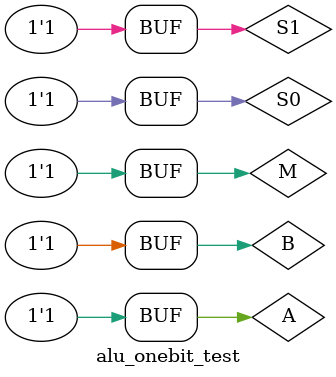
<source format=v>
`timescale 1ns / 1ps


module alu_onebit_test;

	// Inputs
	reg M;
	reg A;
	reg B;
	reg S0;
	reg S1;

	// Outputs
	wire [5:0] out;

	// Instantiate the Unit Under Test (UUT)
	one uut (
		.M(M), 
		.A(A), 
		.B(B), 
		.S0(S0), 
		.S1(S1), 
		.out(out)
	);

	initial begin
		// Initialize Inputs
		

		M = 0; A = 0; B = 0; S0 = 0; S1 = 0;
		#100 M = 0; A = 0; B = 0; S0 = 0; S1 = 1;
		#100 M = 0; A = 0; B = 0; S0 = 1; S1 = 0;
		#100 M = 0; A = 0; B = 0; S0 = 1; S1 = 1;
		#100 M = 0; A = 0; B = 1; S0 = 0; S1 = 0;
		#100 M = 0; A = 0; B = 1; S0 = 0; S1 = 1;
		#100 M = 0; A = 0; B = 1; S0 = 1; S1 = 0;
		#100 M = 0; A = 0; B = 1; S0 = 1; S1 = 1;
		#100 M = 0; A = 1; B = 0; S0 = 0; S1 = 0;
		#100 M = 0; A = 1; B = 0; S0 = 0; S1 = 1;
		#100 M = 0; A = 1; B = 0; S0 = 1; S1 = 0;
		#100 M = 0; A = 1; B = 0; S0 = 1; S1 = 1;
		#100 M = 0; A = 1; B = 1; S0 = 0; S1 = 0;
		#100 M = 0; A = 1; B = 1; S0 = 0; S1 = 1;
		#100 M = 0; A = 1; B = 1; S0 = 1; S1 = 0;
		#100 M = 0; A = 1; B = 1; S0 = 1; S1 = 1;
		#100 M = 1; A = 0; B = 0; S0 = 0; S1 = 0;
		#100 M = 1; A = 0; B = 0; S0 = 0; S1 = 1;
		#100 M = 1; A = 0; B = 0; S0 = 1; S1 = 0;
		#100 M = 1; A = 0; B = 0; S0 = 1; S1 = 1;
		#100 M = 1; A = 0; B = 1; S0 = 0; S1 = 0;
		#100 M = 1; A = 0; B = 1; S0 = 0; S1 = 1;
		#100 M = 1; A = 0; B = 1; S0 = 1; S1 = 0;
		#100 M = 1; A = 0; B = 1; S0 = 1; S1 = 1;
		#100 M = 1; A = 1; B = 0; S0 = 0; S1 = 0;
		#100 M = 1; A = 1; B = 0; S0 = 0; S1 = 1;
		#100 M = 1; A = 1; B = 0; S0 = 1; S1 = 0;
		#100 M = 1; A = 1; B = 0; S0 = 1; S1 = 1;
		#100 M = 1; A = 1; B = 1; S0 = 0; S1 = 0;
		#100 M = 1; A = 1; B = 1; S0 = 0; S1 = 1;
		#100 M = 1; A = 1; B = 1; S0 = 1; S1 = 0;
		#100 M = 1; A = 1; B = 1; S0 = 1; S1 = 1;
		
		
	end
      
endmodule


</source>
